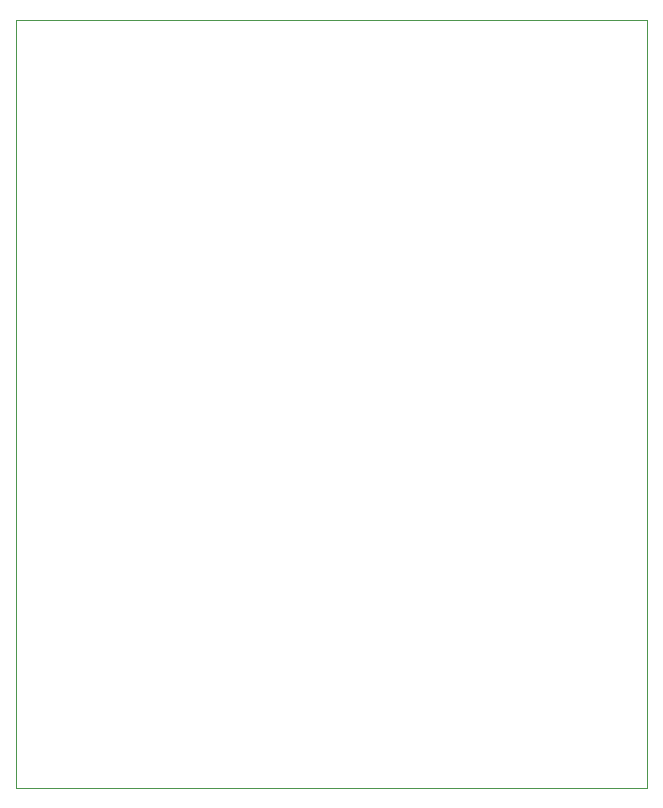
<source format=gbr>
%TF.GenerationSoftware,KiCad,Pcbnew,8.0.6*%
%TF.CreationDate,2025-02-20T03:10:47-08:00*%
%TF.ProjectId,ECE 412,45434520-3431-4322-9e6b-696361645f70,A*%
%TF.SameCoordinates,Original*%
%TF.FileFunction,Profile,NP*%
%FSLAX46Y46*%
G04 Gerber Fmt 4.6, Leading zero omitted, Abs format (unit mm)*
G04 Created by KiCad (PCBNEW 8.0.6) date 2025-02-20 03:10:47*
%MOMM*%
%LPD*%
G01*
G04 APERTURE LIST*
%TA.AperFunction,Profile*%
%ADD10C,0.050000*%
%TD*%
G04 APERTURE END LIST*
D10*
X133100000Y-52000000D02*
X186500000Y-52000000D01*
X186500000Y-117100000D01*
X133100000Y-117100000D01*
X133100000Y-52000000D01*
M02*

</source>
